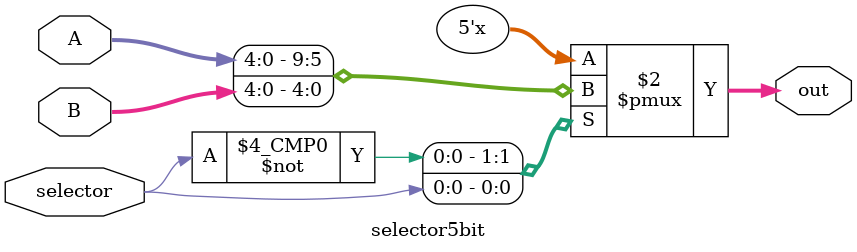
<source format=v>
`timescale 1ns / 1ps
module selector5bit(
                    input wire[4:0] A, B, 
                    input wire selector,
                    output reg[4:0] out);
                    
                    
    always @(*) begin
        case(selector) 
            1'b0: out <= A;
            1'b1: out <= B; 
        endcase
    end 
endmodule
</source>
